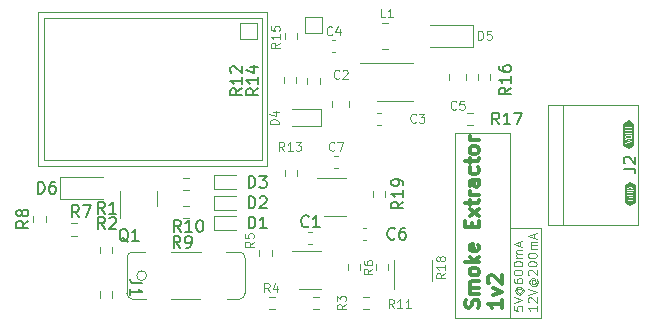
<source format=gbr>
%TF.GenerationSoftware,KiCad,Pcbnew,(6.0.4-0)*%
%TF.CreationDate,2022-09-29T18:28:13+01:00*%
%TF.ProjectId,smoke_extractorV1_1,736d6f6b-655f-4657-9874-726163746f72,rev?*%
%TF.SameCoordinates,Original*%
%TF.FileFunction,Legend,Top*%
%TF.FilePolarity,Positive*%
%FSLAX46Y46*%
G04 Gerber Fmt 4.6, Leading zero omitted, Abs format (unit mm)*
G04 Created by KiCad (PCBNEW (6.0.4-0)) date 2022-09-29 18:28:13*
%MOMM*%
%LPD*%
G01*
G04 APERTURE LIST*
%ADD10C,0.120000*%
%ADD11C,0.300000*%
%ADD12C,0.150000*%
G04 APERTURE END LIST*
D10*
X129750000Y-107000000D02*
X129750000Y-122450000D01*
X134400000Y-122450000D02*
X136900000Y-122450000D01*
X137100000Y-122450000D02*
X137100000Y-114850000D01*
X134400000Y-106800000D02*
X129750000Y-106800000D01*
X136900000Y-122450000D02*
X137100000Y-122450000D01*
X129750000Y-122450000D02*
X134400000Y-122450000D01*
X134400000Y-114850000D02*
X134400000Y-122450000D01*
X134400000Y-122450000D02*
X134400000Y-106800000D01*
X137100000Y-114850000D02*
X134400000Y-114850000D01*
X129750000Y-106800000D02*
X129750000Y-107000000D01*
D11*
X131769714Y-121626428D02*
X131826857Y-121455000D01*
X131826857Y-121169285D01*
X131769714Y-121055000D01*
X131712571Y-120997857D01*
X131598285Y-120940714D01*
X131484000Y-120940714D01*
X131369714Y-120997857D01*
X131312571Y-121055000D01*
X131255428Y-121169285D01*
X131198285Y-121397857D01*
X131141142Y-121512142D01*
X131084000Y-121569285D01*
X130969714Y-121626428D01*
X130855428Y-121626428D01*
X130741142Y-121569285D01*
X130684000Y-121512142D01*
X130626857Y-121397857D01*
X130626857Y-121112142D01*
X130684000Y-120940714D01*
X131826857Y-120426428D02*
X131026857Y-120426428D01*
X131141142Y-120426428D02*
X131084000Y-120369285D01*
X131026857Y-120255000D01*
X131026857Y-120083571D01*
X131084000Y-119969285D01*
X131198285Y-119912142D01*
X131826857Y-119912142D01*
X131198285Y-119912142D02*
X131084000Y-119855000D01*
X131026857Y-119740714D01*
X131026857Y-119569285D01*
X131084000Y-119455000D01*
X131198285Y-119397857D01*
X131826857Y-119397857D01*
X131826857Y-118655000D02*
X131769714Y-118769285D01*
X131712571Y-118826428D01*
X131598285Y-118883571D01*
X131255428Y-118883571D01*
X131141142Y-118826428D01*
X131084000Y-118769285D01*
X131026857Y-118655000D01*
X131026857Y-118483571D01*
X131084000Y-118369285D01*
X131141142Y-118312142D01*
X131255428Y-118255000D01*
X131598285Y-118255000D01*
X131712571Y-118312142D01*
X131769714Y-118369285D01*
X131826857Y-118483571D01*
X131826857Y-118655000D01*
X131826857Y-117740714D02*
X130626857Y-117740714D01*
X131369714Y-117626428D02*
X131826857Y-117283571D01*
X131026857Y-117283571D02*
X131484000Y-117740714D01*
X131769714Y-116312142D02*
X131826857Y-116426428D01*
X131826857Y-116655000D01*
X131769714Y-116769285D01*
X131655428Y-116826428D01*
X131198285Y-116826428D01*
X131084000Y-116769285D01*
X131026857Y-116655000D01*
X131026857Y-116426428D01*
X131084000Y-116312142D01*
X131198285Y-116255000D01*
X131312571Y-116255000D01*
X131426857Y-116826428D01*
X131198285Y-114826428D02*
X131198285Y-114426428D01*
X131826857Y-114255000D02*
X131826857Y-114826428D01*
X130626857Y-114826428D01*
X130626857Y-114255000D01*
X131826857Y-113855000D02*
X131026857Y-113226428D01*
X131026857Y-113855000D02*
X131826857Y-113226428D01*
X131026857Y-112940714D02*
X131026857Y-112483571D01*
X130626857Y-112769285D02*
X131655428Y-112769285D01*
X131769714Y-112712142D01*
X131826857Y-112597857D01*
X131826857Y-112483571D01*
X131826857Y-112083571D02*
X131026857Y-112083571D01*
X131255428Y-112083571D02*
X131141142Y-112026428D01*
X131084000Y-111969285D01*
X131026857Y-111855000D01*
X131026857Y-111740714D01*
X131826857Y-110826428D02*
X131198285Y-110826428D01*
X131084000Y-110883571D01*
X131026857Y-110997857D01*
X131026857Y-111226428D01*
X131084000Y-111340714D01*
X131769714Y-110826428D02*
X131826857Y-110940714D01*
X131826857Y-111226428D01*
X131769714Y-111340714D01*
X131655428Y-111397857D01*
X131541142Y-111397857D01*
X131426857Y-111340714D01*
X131369714Y-111226428D01*
X131369714Y-110940714D01*
X131312571Y-110826428D01*
X131769714Y-109740714D02*
X131826857Y-109855000D01*
X131826857Y-110083571D01*
X131769714Y-110197857D01*
X131712571Y-110255000D01*
X131598285Y-110312142D01*
X131255428Y-110312142D01*
X131141142Y-110255000D01*
X131084000Y-110197857D01*
X131026857Y-110083571D01*
X131026857Y-109855000D01*
X131084000Y-109740714D01*
X131026857Y-109397857D02*
X131026857Y-108940714D01*
X130626857Y-109226428D02*
X131655428Y-109226428D01*
X131769714Y-109169285D01*
X131826857Y-109055000D01*
X131826857Y-108940714D01*
X131826857Y-108369285D02*
X131769714Y-108483571D01*
X131712571Y-108540714D01*
X131598285Y-108597857D01*
X131255428Y-108597857D01*
X131141142Y-108540714D01*
X131084000Y-108483571D01*
X131026857Y-108369285D01*
X131026857Y-108197857D01*
X131084000Y-108083571D01*
X131141142Y-108026428D01*
X131255428Y-107969285D01*
X131598285Y-107969285D01*
X131712571Y-108026428D01*
X131769714Y-108083571D01*
X131826857Y-108197857D01*
X131826857Y-108369285D01*
X131826857Y-107455000D02*
X131026857Y-107455000D01*
X131255428Y-107455000D02*
X131141142Y-107397857D01*
X131084000Y-107340714D01*
X131026857Y-107226428D01*
X131026857Y-107112142D01*
X133758857Y-120940714D02*
X133758857Y-121626428D01*
X133758857Y-121283571D02*
X132558857Y-121283571D01*
X132730285Y-121397857D01*
X132844571Y-121512142D01*
X132901714Y-121626428D01*
X132958857Y-120540714D02*
X133758857Y-120255000D01*
X132958857Y-119969285D01*
X132673142Y-119569285D02*
X132616000Y-119512142D01*
X132558857Y-119397857D01*
X132558857Y-119112142D01*
X132616000Y-118997857D01*
X132673142Y-118940714D01*
X132787428Y-118883571D01*
X132901714Y-118883571D01*
X133073142Y-118940714D01*
X133758857Y-119626428D01*
X133758857Y-118883571D01*
D10*
X134735535Y-121486285D02*
X134735535Y-121843428D01*
X135092678Y-121879142D01*
X135056964Y-121843428D01*
X135021250Y-121772000D01*
X135021250Y-121593428D01*
X135056964Y-121522000D01*
X135092678Y-121486285D01*
X135164107Y-121450571D01*
X135342678Y-121450571D01*
X135414107Y-121486285D01*
X135449821Y-121522000D01*
X135485535Y-121593428D01*
X135485535Y-121772000D01*
X135449821Y-121843428D01*
X135414107Y-121879142D01*
X134735535Y-121236285D02*
X135485535Y-120986285D01*
X134735535Y-120736285D01*
X135128392Y-120022000D02*
X135092678Y-120057714D01*
X135056964Y-120129142D01*
X135056964Y-120200571D01*
X135092678Y-120272000D01*
X135128392Y-120307714D01*
X135199821Y-120343428D01*
X135271250Y-120343428D01*
X135342678Y-120307714D01*
X135378392Y-120272000D01*
X135414107Y-120200571D01*
X135414107Y-120129142D01*
X135378392Y-120057714D01*
X135342678Y-120022000D01*
X135056964Y-120022000D02*
X135342678Y-120022000D01*
X135378392Y-119986285D01*
X135378392Y-119950571D01*
X135342678Y-119879142D01*
X135271250Y-119843428D01*
X135092678Y-119843428D01*
X134985535Y-119914857D01*
X134914107Y-120022000D01*
X134878392Y-120164857D01*
X134914107Y-120307714D01*
X134985535Y-120414857D01*
X135092678Y-120486285D01*
X135235535Y-120522000D01*
X135378392Y-120486285D01*
X135485535Y-120414857D01*
X135556964Y-120307714D01*
X135592678Y-120164857D01*
X135556964Y-120022000D01*
X135485535Y-119914857D01*
X134735535Y-119200571D02*
X134735535Y-119343428D01*
X134771250Y-119414857D01*
X134806964Y-119450571D01*
X134914107Y-119522000D01*
X135056964Y-119557714D01*
X135342678Y-119557714D01*
X135414107Y-119522000D01*
X135449821Y-119486285D01*
X135485535Y-119414857D01*
X135485535Y-119272000D01*
X135449821Y-119200571D01*
X135414107Y-119164857D01*
X135342678Y-119129142D01*
X135164107Y-119129142D01*
X135092678Y-119164857D01*
X135056964Y-119200571D01*
X135021250Y-119272000D01*
X135021250Y-119414857D01*
X135056964Y-119486285D01*
X135092678Y-119522000D01*
X135164107Y-119557714D01*
X134735535Y-118664857D02*
X134735535Y-118593428D01*
X134771250Y-118522000D01*
X134806964Y-118486285D01*
X134878392Y-118450571D01*
X135021250Y-118414857D01*
X135199821Y-118414857D01*
X135342678Y-118450571D01*
X135414107Y-118486285D01*
X135449821Y-118522000D01*
X135485535Y-118593428D01*
X135485535Y-118664857D01*
X135449821Y-118736285D01*
X135414107Y-118772000D01*
X135342678Y-118807714D01*
X135199821Y-118843428D01*
X135021250Y-118843428D01*
X134878392Y-118807714D01*
X134806964Y-118772000D01*
X134771250Y-118736285D01*
X134735535Y-118664857D01*
X134735535Y-117950571D02*
X134735535Y-117879142D01*
X134771250Y-117807714D01*
X134806964Y-117772000D01*
X134878392Y-117736285D01*
X135021250Y-117700571D01*
X135199821Y-117700571D01*
X135342678Y-117736285D01*
X135414107Y-117772000D01*
X135449821Y-117807714D01*
X135485535Y-117879142D01*
X135485535Y-117950571D01*
X135449821Y-118022000D01*
X135414107Y-118057714D01*
X135342678Y-118093428D01*
X135199821Y-118129142D01*
X135021250Y-118129142D01*
X134878392Y-118093428D01*
X134806964Y-118057714D01*
X134771250Y-118022000D01*
X134735535Y-117950571D01*
X135485535Y-117379142D02*
X134985535Y-117379142D01*
X135056964Y-117379142D02*
X135021250Y-117343428D01*
X134985535Y-117272000D01*
X134985535Y-117164857D01*
X135021250Y-117093428D01*
X135092678Y-117057714D01*
X135485535Y-117057714D01*
X135092678Y-117057714D02*
X135021250Y-117022000D01*
X134985535Y-116950571D01*
X134985535Y-116843428D01*
X135021250Y-116772000D01*
X135092678Y-116736285D01*
X135485535Y-116736285D01*
X135271250Y-116414857D02*
X135271250Y-116057714D01*
X135485535Y-116486285D02*
X134735535Y-116236285D01*
X135485535Y-115986285D01*
X136693035Y-121450571D02*
X136693035Y-121879142D01*
X136693035Y-121664857D02*
X135943035Y-121664857D01*
X136050178Y-121736285D01*
X136121607Y-121807714D01*
X136157321Y-121879142D01*
X136014464Y-121164857D02*
X135978750Y-121129142D01*
X135943035Y-121057714D01*
X135943035Y-120879142D01*
X135978750Y-120807714D01*
X136014464Y-120772000D01*
X136085892Y-120736285D01*
X136157321Y-120736285D01*
X136264464Y-120772000D01*
X136693035Y-121200571D01*
X136693035Y-120736285D01*
X135943035Y-120522000D02*
X136693035Y-120272000D01*
X135943035Y-120022000D01*
X136335892Y-119307714D02*
X136300178Y-119343428D01*
X136264464Y-119414857D01*
X136264464Y-119486285D01*
X136300178Y-119557714D01*
X136335892Y-119593428D01*
X136407321Y-119629142D01*
X136478750Y-119629142D01*
X136550178Y-119593428D01*
X136585892Y-119557714D01*
X136621607Y-119486285D01*
X136621607Y-119414857D01*
X136585892Y-119343428D01*
X136550178Y-119307714D01*
X136264464Y-119307714D02*
X136550178Y-119307714D01*
X136585892Y-119272000D01*
X136585892Y-119236285D01*
X136550178Y-119164857D01*
X136478750Y-119129142D01*
X136300178Y-119129142D01*
X136193035Y-119200571D01*
X136121607Y-119307714D01*
X136085892Y-119450571D01*
X136121607Y-119593428D01*
X136193035Y-119700571D01*
X136300178Y-119772000D01*
X136443035Y-119807714D01*
X136585892Y-119772000D01*
X136693035Y-119700571D01*
X136764464Y-119593428D01*
X136800178Y-119450571D01*
X136764464Y-119307714D01*
X136693035Y-119200571D01*
X136014464Y-118843428D02*
X135978750Y-118807714D01*
X135943035Y-118736285D01*
X135943035Y-118557714D01*
X135978750Y-118486285D01*
X136014464Y-118450571D01*
X136085892Y-118414857D01*
X136157321Y-118414857D01*
X136264464Y-118450571D01*
X136693035Y-118879142D01*
X136693035Y-118414857D01*
X135943035Y-117950571D02*
X135943035Y-117879142D01*
X135978750Y-117807714D01*
X136014464Y-117772000D01*
X136085892Y-117736285D01*
X136228750Y-117700571D01*
X136407321Y-117700571D01*
X136550178Y-117736285D01*
X136621607Y-117772000D01*
X136657321Y-117807714D01*
X136693035Y-117879142D01*
X136693035Y-117950571D01*
X136657321Y-118022000D01*
X136621607Y-118057714D01*
X136550178Y-118093428D01*
X136407321Y-118129142D01*
X136228750Y-118129142D01*
X136085892Y-118093428D01*
X136014464Y-118057714D01*
X135978750Y-118022000D01*
X135943035Y-117950571D01*
X135943035Y-117236285D02*
X135943035Y-117164857D01*
X135978750Y-117093428D01*
X136014464Y-117057714D01*
X136085892Y-117022000D01*
X136228750Y-116986285D01*
X136407321Y-116986285D01*
X136550178Y-117022000D01*
X136621607Y-117057714D01*
X136657321Y-117093428D01*
X136693035Y-117164857D01*
X136693035Y-117236285D01*
X136657321Y-117307714D01*
X136621607Y-117343428D01*
X136550178Y-117379142D01*
X136407321Y-117414857D01*
X136228750Y-117414857D01*
X136085892Y-117379142D01*
X136014464Y-117343428D01*
X135978750Y-117307714D01*
X135943035Y-117236285D01*
X136693035Y-116664857D02*
X136193035Y-116664857D01*
X136264464Y-116664857D02*
X136228750Y-116629142D01*
X136193035Y-116557714D01*
X136193035Y-116450571D01*
X136228750Y-116379142D01*
X136300178Y-116343428D01*
X136693035Y-116343428D01*
X136300178Y-116343428D02*
X136228750Y-116307714D01*
X136193035Y-116236285D01*
X136193035Y-116129142D01*
X136228750Y-116057714D01*
X136300178Y-116022000D01*
X136693035Y-116022000D01*
X136478750Y-115700571D02*
X136478750Y-115343428D01*
X136693035Y-115772000D02*
X135943035Y-115522000D01*
X136693035Y-115272000D01*
D12*
%TO.C,J2*%
X144052380Y-109833333D02*
X144766666Y-109833333D01*
X144909523Y-109880952D01*
X145004761Y-109976190D01*
X145052380Y-110119047D01*
X145052380Y-110214285D01*
X144147619Y-109404761D02*
X144100000Y-109357142D01*
X144052380Y-109261904D01*
X144052380Y-109023809D01*
X144100000Y-108928571D01*
X144147619Y-108880952D01*
X144242857Y-108833333D01*
X144338095Y-108833333D01*
X144480952Y-108880952D01*
X145052380Y-109452380D01*
X145052380Y-108833333D01*
D10*
%TO.C,R15*%
X114939285Y-99182142D02*
X114582142Y-99432142D01*
X114939285Y-99610714D02*
X114189285Y-99610714D01*
X114189285Y-99325000D01*
X114225000Y-99253571D01*
X114260714Y-99217857D01*
X114332142Y-99182142D01*
X114439285Y-99182142D01*
X114510714Y-99217857D01*
X114546428Y-99253571D01*
X114582142Y-99325000D01*
X114582142Y-99610714D01*
X114939285Y-98467857D02*
X114939285Y-98896428D01*
X114939285Y-98682142D02*
X114189285Y-98682142D01*
X114296428Y-98753571D01*
X114367857Y-98825000D01*
X114403571Y-98896428D01*
X114189285Y-97789285D02*
X114189285Y-98146428D01*
X114546428Y-98182142D01*
X114510714Y-98146428D01*
X114475000Y-98075000D01*
X114475000Y-97896428D01*
X114510714Y-97825000D01*
X114546428Y-97789285D01*
X114617857Y-97753571D01*
X114796428Y-97753571D01*
X114867857Y-97789285D01*
X114903571Y-97825000D01*
X114939285Y-97896428D01*
X114939285Y-98075000D01*
X114903571Y-98146428D01*
X114867857Y-98182142D01*
%TO.C,C4*%
X119375000Y-98467857D02*
X119339285Y-98503571D01*
X119232142Y-98539285D01*
X119160714Y-98539285D01*
X119053571Y-98503571D01*
X118982142Y-98432142D01*
X118946428Y-98360714D01*
X118910714Y-98217857D01*
X118910714Y-98110714D01*
X118946428Y-97967857D01*
X118982142Y-97896428D01*
X119053571Y-97825000D01*
X119160714Y-97789285D01*
X119232142Y-97789285D01*
X119339285Y-97825000D01*
X119375000Y-97860714D01*
X120017857Y-98039285D02*
X120017857Y-98539285D01*
X119839285Y-97753571D02*
X119660714Y-98289285D01*
X120125000Y-98289285D01*
D12*
%TO.C,R9*%
X106533333Y-116552380D02*
X106200000Y-116076190D01*
X105961904Y-116552380D02*
X105961904Y-115552380D01*
X106342857Y-115552380D01*
X106438095Y-115600000D01*
X106485714Y-115647619D01*
X106533333Y-115742857D01*
X106533333Y-115885714D01*
X106485714Y-115980952D01*
X106438095Y-116028571D01*
X106342857Y-116076190D01*
X105961904Y-116076190D01*
X107009523Y-116552380D02*
X107200000Y-116552380D01*
X107295238Y-116504761D01*
X107342857Y-116457142D01*
X107438095Y-116314285D01*
X107485714Y-116123809D01*
X107485714Y-115742857D01*
X107438095Y-115647619D01*
X107390476Y-115600000D01*
X107295238Y-115552380D01*
X107104761Y-115552380D01*
X107009523Y-115600000D01*
X106961904Y-115647619D01*
X106914285Y-115742857D01*
X106914285Y-115980952D01*
X106961904Y-116076190D01*
X107009523Y-116123809D01*
X107104761Y-116171428D01*
X107295238Y-116171428D01*
X107390476Y-116123809D01*
X107438095Y-116076190D01*
X107485714Y-115980952D01*
%TO.C,D2*%
X112311904Y-113202380D02*
X112311904Y-112202380D01*
X112550000Y-112202380D01*
X112692857Y-112250000D01*
X112788095Y-112345238D01*
X112835714Y-112440476D01*
X112883333Y-112630952D01*
X112883333Y-112773809D01*
X112835714Y-112964285D01*
X112788095Y-113059523D01*
X112692857Y-113154761D01*
X112550000Y-113202380D01*
X112311904Y-113202380D01*
X113264285Y-112297619D02*
X113311904Y-112250000D01*
X113407142Y-112202380D01*
X113645238Y-112202380D01*
X113740476Y-112250000D01*
X113788095Y-112297619D01*
X113835714Y-112392857D01*
X113835714Y-112488095D01*
X113788095Y-112630952D01*
X113216666Y-113202380D01*
X113835714Y-113202380D01*
D10*
%TO.C,R13*%
X115317857Y-108339285D02*
X115067857Y-107982142D01*
X114889285Y-108339285D02*
X114889285Y-107589285D01*
X115175000Y-107589285D01*
X115246428Y-107625000D01*
X115282142Y-107660714D01*
X115317857Y-107732142D01*
X115317857Y-107839285D01*
X115282142Y-107910714D01*
X115246428Y-107946428D01*
X115175000Y-107982142D01*
X114889285Y-107982142D01*
X116032142Y-108339285D02*
X115603571Y-108339285D01*
X115817857Y-108339285D02*
X115817857Y-107589285D01*
X115746428Y-107696428D01*
X115675000Y-107767857D01*
X115603571Y-107803571D01*
X116282142Y-107589285D02*
X116746428Y-107589285D01*
X116496428Y-107875000D01*
X116603571Y-107875000D01*
X116675000Y-107910714D01*
X116710714Y-107946428D01*
X116746428Y-108017857D01*
X116746428Y-108196428D01*
X116710714Y-108267857D01*
X116675000Y-108303571D01*
X116603571Y-108339285D01*
X116389285Y-108339285D01*
X116317857Y-108303571D01*
X116282142Y-108267857D01*
D12*
%TO.C,R17*%
X133524182Y-106104034D02*
X133190849Y-105627844D01*
X132952754Y-106104034D02*
X132952754Y-105104034D01*
X133333706Y-105104034D01*
X133428944Y-105151654D01*
X133476563Y-105199273D01*
X133524182Y-105294511D01*
X133524182Y-105437368D01*
X133476563Y-105532606D01*
X133428944Y-105580225D01*
X133333706Y-105627844D01*
X132952754Y-105627844D01*
X134476563Y-106104034D02*
X133905135Y-106104034D01*
X134190849Y-106104034D02*
X134190849Y-105104034D01*
X134095611Y-105246892D01*
X134000373Y-105342130D01*
X133905135Y-105389749D01*
X134809897Y-105104034D02*
X135476563Y-105104034D01*
X135047992Y-106104034D01*
D10*
%TO.C,C5*%
X129875000Y-104767857D02*
X129839285Y-104803571D01*
X129732142Y-104839285D01*
X129660714Y-104839285D01*
X129553571Y-104803571D01*
X129482142Y-104732142D01*
X129446428Y-104660714D01*
X129410714Y-104517857D01*
X129410714Y-104410714D01*
X129446428Y-104267857D01*
X129482142Y-104196428D01*
X129553571Y-104125000D01*
X129660714Y-104089285D01*
X129732142Y-104089285D01*
X129839285Y-104125000D01*
X129875000Y-104160714D01*
X130553571Y-104089285D02*
X130196428Y-104089285D01*
X130160714Y-104446428D01*
X130196428Y-104410714D01*
X130267857Y-104375000D01*
X130446428Y-104375000D01*
X130517857Y-104410714D01*
X130553571Y-104446428D01*
X130589285Y-104517857D01*
X130589285Y-104696428D01*
X130553571Y-104767857D01*
X130517857Y-104803571D01*
X130446428Y-104839285D01*
X130267857Y-104839285D01*
X130196428Y-104803571D01*
X130160714Y-104767857D01*
%TO.C,R3*%
X120539285Y-121325000D02*
X120182142Y-121575000D01*
X120539285Y-121753571D02*
X119789285Y-121753571D01*
X119789285Y-121467857D01*
X119825000Y-121396428D01*
X119860714Y-121360714D01*
X119932142Y-121325000D01*
X120039285Y-121325000D01*
X120110714Y-121360714D01*
X120146428Y-121396428D01*
X120182142Y-121467857D01*
X120182142Y-121753571D01*
X119789285Y-121075000D02*
X119789285Y-120610714D01*
X120075000Y-120860714D01*
X120075000Y-120753571D01*
X120110714Y-120682142D01*
X120146428Y-120646428D01*
X120217857Y-120610714D01*
X120396428Y-120610714D01*
X120467857Y-120646428D01*
X120503571Y-120682142D01*
X120539285Y-120753571D01*
X120539285Y-120967857D01*
X120503571Y-121039285D01*
X120467857Y-121075000D01*
%TO.C,R18*%
X128939285Y-118682142D02*
X128582142Y-118932142D01*
X128939285Y-119110714D02*
X128189285Y-119110714D01*
X128189285Y-118825000D01*
X128225000Y-118753571D01*
X128260714Y-118717857D01*
X128332142Y-118682142D01*
X128439285Y-118682142D01*
X128510714Y-118717857D01*
X128546428Y-118753571D01*
X128582142Y-118825000D01*
X128582142Y-119110714D01*
X128939285Y-117967857D02*
X128939285Y-118396428D01*
X128939285Y-118182142D02*
X128189285Y-118182142D01*
X128296428Y-118253571D01*
X128367857Y-118325000D01*
X128403571Y-118396428D01*
X128510714Y-117539285D02*
X128475000Y-117610714D01*
X128439285Y-117646428D01*
X128367857Y-117682142D01*
X128332142Y-117682142D01*
X128260714Y-117646428D01*
X128225000Y-117610714D01*
X128189285Y-117539285D01*
X128189285Y-117396428D01*
X128225000Y-117325000D01*
X128260714Y-117289285D01*
X128332142Y-117253571D01*
X128367857Y-117253571D01*
X128439285Y-117289285D01*
X128475000Y-117325000D01*
X128510714Y-117396428D01*
X128510714Y-117539285D01*
X128546428Y-117610714D01*
X128582142Y-117646428D01*
X128653571Y-117682142D01*
X128796428Y-117682142D01*
X128867857Y-117646428D01*
X128903571Y-117610714D01*
X128939285Y-117539285D01*
X128939285Y-117396428D01*
X128903571Y-117325000D01*
X128867857Y-117289285D01*
X128796428Y-117253571D01*
X128653571Y-117253571D01*
X128582142Y-117289285D01*
X128546428Y-117325000D01*
X128510714Y-117396428D01*
%TO.C,R6*%
X122789285Y-118325000D02*
X122432142Y-118575000D01*
X122789285Y-118753571D02*
X122039285Y-118753571D01*
X122039285Y-118467857D01*
X122075000Y-118396428D01*
X122110714Y-118360714D01*
X122182142Y-118325000D01*
X122289285Y-118325000D01*
X122360714Y-118360714D01*
X122396428Y-118396428D01*
X122432142Y-118467857D01*
X122432142Y-118753571D01*
X122039285Y-117682142D02*
X122039285Y-117825000D01*
X122075000Y-117896428D01*
X122110714Y-117932142D01*
X122217857Y-118003571D01*
X122360714Y-118039285D01*
X122646428Y-118039285D01*
X122717857Y-118003571D01*
X122753571Y-117967857D01*
X122789285Y-117896428D01*
X122789285Y-117753571D01*
X122753571Y-117682142D01*
X122717857Y-117646428D01*
X122646428Y-117610714D01*
X122467857Y-117610714D01*
X122396428Y-117646428D01*
X122360714Y-117682142D01*
X122325000Y-117753571D01*
X122325000Y-117896428D01*
X122360714Y-117967857D01*
X122396428Y-118003571D01*
X122467857Y-118039285D01*
%TO.C,R5*%
X112739285Y-116025000D02*
X112382142Y-116275000D01*
X112739285Y-116453571D02*
X111989285Y-116453571D01*
X111989285Y-116167857D01*
X112025000Y-116096428D01*
X112060714Y-116060714D01*
X112132142Y-116025000D01*
X112239285Y-116025000D01*
X112310714Y-116060714D01*
X112346428Y-116096428D01*
X112382142Y-116167857D01*
X112382142Y-116453571D01*
X111989285Y-115346428D02*
X111989285Y-115703571D01*
X112346428Y-115739285D01*
X112310714Y-115703571D01*
X112275000Y-115632142D01*
X112275000Y-115453571D01*
X112310714Y-115382142D01*
X112346428Y-115346428D01*
X112417857Y-115310714D01*
X112596428Y-115310714D01*
X112667857Y-115346428D01*
X112703571Y-115382142D01*
X112739285Y-115453571D01*
X112739285Y-115632142D01*
X112703571Y-115703571D01*
X112667857Y-115739285D01*
D12*
%TO.C,C6*%
X124683333Y-115757142D02*
X124635714Y-115804761D01*
X124492857Y-115852380D01*
X124397619Y-115852380D01*
X124254761Y-115804761D01*
X124159523Y-115709523D01*
X124111904Y-115614285D01*
X124064285Y-115423809D01*
X124064285Y-115280952D01*
X124111904Y-115090476D01*
X124159523Y-114995238D01*
X124254761Y-114900000D01*
X124397619Y-114852380D01*
X124492857Y-114852380D01*
X124635714Y-114900000D01*
X124683333Y-114947619D01*
X125540476Y-114852380D02*
X125350000Y-114852380D01*
X125254761Y-114900000D01*
X125207142Y-114947619D01*
X125111904Y-115090476D01*
X125064285Y-115280952D01*
X125064285Y-115661904D01*
X125111904Y-115757142D01*
X125159523Y-115804761D01*
X125254761Y-115852380D01*
X125445238Y-115852380D01*
X125540476Y-115804761D01*
X125588095Y-115757142D01*
X125635714Y-115661904D01*
X125635714Y-115423809D01*
X125588095Y-115328571D01*
X125540476Y-115280952D01*
X125445238Y-115233333D01*
X125254761Y-115233333D01*
X125159523Y-115280952D01*
X125111904Y-115328571D01*
X125064285Y-115423809D01*
D10*
%TO.C,L1*%
X123875000Y-97039285D02*
X123517857Y-97039285D01*
X123517857Y-96289285D01*
X124517857Y-97039285D02*
X124089285Y-97039285D01*
X124303571Y-97039285D02*
X124303571Y-96289285D01*
X124232142Y-96396428D01*
X124160714Y-96467857D01*
X124089285Y-96503571D01*
D12*
%TO.C,R10*%
X106557142Y-115202380D02*
X106223809Y-114726190D01*
X105985714Y-115202380D02*
X105985714Y-114202380D01*
X106366666Y-114202380D01*
X106461904Y-114250000D01*
X106509523Y-114297619D01*
X106557142Y-114392857D01*
X106557142Y-114535714D01*
X106509523Y-114630952D01*
X106461904Y-114678571D01*
X106366666Y-114726190D01*
X105985714Y-114726190D01*
X107509523Y-115202380D02*
X106938095Y-115202380D01*
X107223809Y-115202380D02*
X107223809Y-114202380D01*
X107128571Y-114345238D01*
X107033333Y-114440476D01*
X106938095Y-114488095D01*
X108128571Y-114202380D02*
X108223809Y-114202380D01*
X108319047Y-114250000D01*
X108366666Y-114297619D01*
X108414285Y-114392857D01*
X108461904Y-114583333D01*
X108461904Y-114821428D01*
X108414285Y-115011904D01*
X108366666Y-115107142D01*
X108319047Y-115154761D01*
X108223809Y-115202380D01*
X108128571Y-115202380D01*
X108033333Y-115154761D01*
X107985714Y-115107142D01*
X107938095Y-115011904D01*
X107890476Y-114821428D01*
X107890476Y-114583333D01*
X107938095Y-114392857D01*
X107985714Y-114297619D01*
X108033333Y-114250000D01*
X108128571Y-114202380D01*
%TO.C,D3*%
X112311904Y-111452380D02*
X112311904Y-110452380D01*
X112550000Y-110452380D01*
X112692857Y-110500000D01*
X112788095Y-110595238D01*
X112835714Y-110690476D01*
X112883333Y-110880952D01*
X112883333Y-111023809D01*
X112835714Y-111214285D01*
X112788095Y-111309523D01*
X112692857Y-111404761D01*
X112550000Y-111452380D01*
X112311904Y-111452380D01*
X113216666Y-110452380D02*
X113835714Y-110452380D01*
X113502380Y-110833333D01*
X113645238Y-110833333D01*
X113740476Y-110880952D01*
X113788095Y-110928571D01*
X113835714Y-111023809D01*
X113835714Y-111261904D01*
X113788095Y-111357142D01*
X113740476Y-111404761D01*
X113645238Y-111452380D01*
X113359523Y-111452380D01*
X113264285Y-111404761D01*
X113216666Y-111357142D01*
%TO.C,J1*%
X103297619Y-119566666D02*
X102583333Y-119566666D01*
X102440476Y-119519047D01*
X102345238Y-119423809D01*
X102297619Y-119280952D01*
X102297619Y-119185714D01*
X102297619Y-120566666D02*
X102297619Y-119995238D01*
X102297619Y-120280952D02*
X103297619Y-120280952D01*
X103154761Y-120185714D01*
X103059523Y-120090476D01*
X103011904Y-119995238D01*
D10*
%TO.C,D4*%
X114839285Y-106103571D02*
X114089285Y-106103571D01*
X114089285Y-105925000D01*
X114125000Y-105817857D01*
X114196428Y-105746428D01*
X114267857Y-105710714D01*
X114410714Y-105675000D01*
X114517857Y-105675000D01*
X114660714Y-105710714D01*
X114732142Y-105746428D01*
X114803571Y-105817857D01*
X114839285Y-105925000D01*
X114839285Y-106103571D01*
X114339285Y-105032142D02*
X114839285Y-105032142D01*
X114053571Y-105210714D02*
X114589285Y-105389285D01*
X114589285Y-104925000D01*
%TO.C,C2*%
X119975000Y-102167857D02*
X119939285Y-102203571D01*
X119832142Y-102239285D01*
X119760714Y-102239285D01*
X119653571Y-102203571D01*
X119582142Y-102132142D01*
X119546428Y-102060714D01*
X119510714Y-101917857D01*
X119510714Y-101810714D01*
X119546428Y-101667857D01*
X119582142Y-101596428D01*
X119653571Y-101525000D01*
X119760714Y-101489285D01*
X119832142Y-101489285D01*
X119939285Y-101525000D01*
X119975000Y-101560714D01*
X120260714Y-101560714D02*
X120296428Y-101525000D01*
X120367857Y-101489285D01*
X120546428Y-101489285D01*
X120617857Y-101525000D01*
X120653571Y-101560714D01*
X120689285Y-101632142D01*
X120689285Y-101703571D01*
X120653571Y-101810714D01*
X120225000Y-102239285D01*
X120689285Y-102239285D01*
D12*
%TO.C,R2*%
X100133333Y-114952380D02*
X99800000Y-114476190D01*
X99561904Y-114952380D02*
X99561904Y-113952380D01*
X99942857Y-113952380D01*
X100038095Y-114000000D01*
X100085714Y-114047619D01*
X100133333Y-114142857D01*
X100133333Y-114285714D01*
X100085714Y-114380952D01*
X100038095Y-114428571D01*
X99942857Y-114476190D01*
X99561904Y-114476190D01*
X100514285Y-114047619D02*
X100561904Y-114000000D01*
X100657142Y-113952380D01*
X100895238Y-113952380D01*
X100990476Y-114000000D01*
X101038095Y-114047619D01*
X101085714Y-114142857D01*
X101085714Y-114238095D01*
X101038095Y-114380952D01*
X100466666Y-114952380D01*
X101085714Y-114952380D01*
D10*
%TO.C,C7*%
X119575000Y-108267857D02*
X119539285Y-108303571D01*
X119432142Y-108339285D01*
X119360714Y-108339285D01*
X119253571Y-108303571D01*
X119182142Y-108232142D01*
X119146428Y-108160714D01*
X119110714Y-108017857D01*
X119110714Y-107910714D01*
X119146428Y-107767857D01*
X119182142Y-107696428D01*
X119253571Y-107625000D01*
X119360714Y-107589285D01*
X119432142Y-107589285D01*
X119539285Y-107625000D01*
X119575000Y-107660714D01*
X119825000Y-107589285D02*
X120325000Y-107589285D01*
X120003571Y-108339285D01*
%TO.C,C3*%
X126475000Y-105867857D02*
X126439285Y-105903571D01*
X126332142Y-105939285D01*
X126260714Y-105939285D01*
X126153571Y-105903571D01*
X126082142Y-105832142D01*
X126046428Y-105760714D01*
X126010714Y-105617857D01*
X126010714Y-105510714D01*
X126046428Y-105367857D01*
X126082142Y-105296428D01*
X126153571Y-105225000D01*
X126260714Y-105189285D01*
X126332142Y-105189285D01*
X126439285Y-105225000D01*
X126475000Y-105260714D01*
X126725000Y-105189285D02*
X127189285Y-105189285D01*
X126939285Y-105475000D01*
X127046428Y-105475000D01*
X127117857Y-105510714D01*
X127153571Y-105546428D01*
X127189285Y-105617857D01*
X127189285Y-105796428D01*
X127153571Y-105867857D01*
X127117857Y-105903571D01*
X127046428Y-105939285D01*
X126832142Y-105939285D01*
X126760714Y-105903571D01*
X126725000Y-105867857D01*
D12*
%TO.C,R16*%
X134502380Y-102992857D02*
X134026190Y-103326190D01*
X134502380Y-103564285D02*
X133502380Y-103564285D01*
X133502380Y-103183333D01*
X133550000Y-103088095D01*
X133597619Y-103040476D01*
X133692857Y-102992857D01*
X133835714Y-102992857D01*
X133930952Y-103040476D01*
X133978571Y-103088095D01*
X134026190Y-103183333D01*
X134026190Y-103564285D01*
X134502380Y-102040476D02*
X134502380Y-102611904D01*
X134502380Y-102326190D02*
X133502380Y-102326190D01*
X133645238Y-102421428D01*
X133740476Y-102516666D01*
X133788095Y-102611904D01*
X133502380Y-101183333D02*
X133502380Y-101373809D01*
X133550000Y-101469047D01*
X133597619Y-101516666D01*
X133740476Y-101611904D01*
X133930952Y-101659523D01*
X134311904Y-101659523D01*
X134407142Y-101611904D01*
X134454761Y-101564285D01*
X134502380Y-101469047D01*
X134502380Y-101278571D01*
X134454761Y-101183333D01*
X134407142Y-101135714D01*
X134311904Y-101088095D01*
X134073809Y-101088095D01*
X133978571Y-101135714D01*
X133930952Y-101183333D01*
X133883333Y-101278571D01*
X133883333Y-101469047D01*
X133930952Y-101564285D01*
X133978571Y-101611904D01*
X134073809Y-101659523D01*
%TO.C,R19*%
X125402380Y-112642857D02*
X124926190Y-112976190D01*
X125402380Y-113214285D02*
X124402380Y-113214285D01*
X124402380Y-112833333D01*
X124450000Y-112738095D01*
X124497619Y-112690476D01*
X124592857Y-112642857D01*
X124735714Y-112642857D01*
X124830952Y-112690476D01*
X124878571Y-112738095D01*
X124926190Y-112833333D01*
X124926190Y-113214285D01*
X125402380Y-111690476D02*
X125402380Y-112261904D01*
X125402380Y-111976190D02*
X124402380Y-111976190D01*
X124545238Y-112071428D01*
X124640476Y-112166666D01*
X124688095Y-112261904D01*
X125402380Y-111214285D02*
X125402380Y-111023809D01*
X125354761Y-110928571D01*
X125307142Y-110880952D01*
X125164285Y-110785714D01*
X124973809Y-110738095D01*
X124592857Y-110738095D01*
X124497619Y-110785714D01*
X124450000Y-110833333D01*
X124402380Y-110928571D01*
X124402380Y-111119047D01*
X124450000Y-111214285D01*
X124497619Y-111261904D01*
X124592857Y-111309523D01*
X124830952Y-111309523D01*
X124926190Y-111261904D01*
X124973809Y-111214285D01*
X125021428Y-111119047D01*
X125021428Y-110928571D01*
X124973809Y-110833333D01*
X124926190Y-110785714D01*
X124830952Y-110738095D01*
%TO.C,D6*%
X94461904Y-111952380D02*
X94461904Y-110952380D01*
X94700000Y-110952380D01*
X94842857Y-111000000D01*
X94938095Y-111095238D01*
X94985714Y-111190476D01*
X95033333Y-111380952D01*
X95033333Y-111523809D01*
X94985714Y-111714285D01*
X94938095Y-111809523D01*
X94842857Y-111904761D01*
X94700000Y-111952380D01*
X94461904Y-111952380D01*
X95890476Y-110952380D02*
X95700000Y-110952380D01*
X95604761Y-111000000D01*
X95557142Y-111047619D01*
X95461904Y-111190476D01*
X95414285Y-111380952D01*
X95414285Y-111761904D01*
X95461904Y-111857142D01*
X95509523Y-111904761D01*
X95604761Y-111952380D01*
X95795238Y-111952380D01*
X95890476Y-111904761D01*
X95938095Y-111857142D01*
X95985714Y-111761904D01*
X95985714Y-111523809D01*
X95938095Y-111428571D01*
X95890476Y-111380952D01*
X95795238Y-111333333D01*
X95604761Y-111333333D01*
X95509523Y-111380952D01*
X95461904Y-111428571D01*
X95414285Y-111523809D01*
D10*
%TO.C,D5*%
X131746428Y-98939285D02*
X131746428Y-98189285D01*
X131925000Y-98189285D01*
X132032142Y-98225000D01*
X132103571Y-98296428D01*
X132139285Y-98367857D01*
X132175000Y-98510714D01*
X132175000Y-98617857D01*
X132139285Y-98760714D01*
X132103571Y-98832142D01*
X132032142Y-98903571D01*
X131925000Y-98939285D01*
X131746428Y-98939285D01*
X132853571Y-98189285D02*
X132496428Y-98189285D01*
X132460714Y-98546428D01*
X132496428Y-98510714D01*
X132567857Y-98475000D01*
X132746428Y-98475000D01*
X132817857Y-98510714D01*
X132853571Y-98546428D01*
X132889285Y-98617857D01*
X132889285Y-98796428D01*
X132853571Y-98867857D01*
X132817857Y-98903571D01*
X132746428Y-98939285D01*
X132567857Y-98939285D01*
X132496428Y-98903571D01*
X132460714Y-98867857D01*
D12*
%TO.C,R8*%
X93652380Y-114266666D02*
X93176190Y-114600000D01*
X93652380Y-114838095D02*
X92652380Y-114838095D01*
X92652380Y-114457142D01*
X92700000Y-114361904D01*
X92747619Y-114314285D01*
X92842857Y-114266666D01*
X92985714Y-114266666D01*
X93080952Y-114314285D01*
X93128571Y-114361904D01*
X93176190Y-114457142D01*
X93176190Y-114838095D01*
X93080952Y-113695238D02*
X93033333Y-113790476D01*
X92985714Y-113838095D01*
X92890476Y-113885714D01*
X92842857Y-113885714D01*
X92747619Y-113838095D01*
X92700000Y-113790476D01*
X92652380Y-113695238D01*
X92652380Y-113504761D01*
X92700000Y-113409523D01*
X92747619Y-113361904D01*
X92842857Y-113314285D01*
X92890476Y-113314285D01*
X92985714Y-113361904D01*
X93033333Y-113409523D01*
X93080952Y-113504761D01*
X93080952Y-113695238D01*
X93128571Y-113790476D01*
X93176190Y-113838095D01*
X93271428Y-113885714D01*
X93461904Y-113885714D01*
X93557142Y-113838095D01*
X93604761Y-113790476D01*
X93652380Y-113695238D01*
X93652380Y-113504761D01*
X93604761Y-113409523D01*
X93557142Y-113361904D01*
X93461904Y-113314285D01*
X93271428Y-113314285D01*
X93176190Y-113361904D01*
X93128571Y-113409523D01*
X93080952Y-113504761D01*
%TO.C,R7*%
X97933333Y-113952380D02*
X97600000Y-113476190D01*
X97361904Y-113952380D02*
X97361904Y-112952380D01*
X97742857Y-112952380D01*
X97838095Y-113000000D01*
X97885714Y-113047619D01*
X97933333Y-113142857D01*
X97933333Y-113285714D01*
X97885714Y-113380952D01*
X97838095Y-113428571D01*
X97742857Y-113476190D01*
X97361904Y-113476190D01*
X98266666Y-112952380D02*
X98933333Y-112952380D01*
X98504761Y-113952380D01*
%TO.C,C1*%
X117383333Y-114707142D02*
X117335714Y-114754761D01*
X117192857Y-114802380D01*
X117097619Y-114802380D01*
X116954761Y-114754761D01*
X116859523Y-114659523D01*
X116811904Y-114564285D01*
X116764285Y-114373809D01*
X116764285Y-114230952D01*
X116811904Y-114040476D01*
X116859523Y-113945238D01*
X116954761Y-113850000D01*
X117097619Y-113802380D01*
X117192857Y-113802380D01*
X117335714Y-113850000D01*
X117383333Y-113897619D01*
X118335714Y-114802380D02*
X117764285Y-114802380D01*
X118050000Y-114802380D02*
X118050000Y-113802380D01*
X117954761Y-113945238D01*
X117859523Y-114040476D01*
X117764285Y-114088095D01*
D10*
%TO.C,R4*%
X114075000Y-120289285D02*
X113825000Y-119932142D01*
X113646428Y-120289285D02*
X113646428Y-119539285D01*
X113932142Y-119539285D01*
X114003571Y-119575000D01*
X114039285Y-119610714D01*
X114075000Y-119682142D01*
X114075000Y-119789285D01*
X114039285Y-119860714D01*
X114003571Y-119896428D01*
X113932142Y-119932142D01*
X113646428Y-119932142D01*
X114717857Y-119789285D02*
X114717857Y-120289285D01*
X114539285Y-119503571D02*
X114360714Y-120039285D01*
X114825000Y-120039285D01*
D12*
%TO.C,R12*%
X111752380Y-103055357D02*
X111276190Y-103388690D01*
X111752380Y-103626785D02*
X110752380Y-103626785D01*
X110752380Y-103245833D01*
X110800000Y-103150595D01*
X110847619Y-103102976D01*
X110942857Y-103055357D01*
X111085714Y-103055357D01*
X111180952Y-103102976D01*
X111228571Y-103150595D01*
X111276190Y-103245833D01*
X111276190Y-103626785D01*
X111752380Y-102102976D02*
X111752380Y-102674404D01*
X111752380Y-102388690D02*
X110752380Y-102388690D01*
X110895238Y-102483928D01*
X110990476Y-102579166D01*
X111038095Y-102674404D01*
X110847619Y-101722023D02*
X110800000Y-101674404D01*
X110752380Y-101579166D01*
X110752380Y-101341071D01*
X110800000Y-101245833D01*
X110847619Y-101198214D01*
X110942857Y-101150595D01*
X111038095Y-101150595D01*
X111180952Y-101198214D01*
X111752380Y-101769642D01*
X111752380Y-101150595D01*
%TO.C,D1*%
X112311904Y-114902380D02*
X112311904Y-113902380D01*
X112550000Y-113902380D01*
X112692857Y-113950000D01*
X112788095Y-114045238D01*
X112835714Y-114140476D01*
X112883333Y-114330952D01*
X112883333Y-114473809D01*
X112835714Y-114664285D01*
X112788095Y-114759523D01*
X112692857Y-114854761D01*
X112550000Y-114902380D01*
X112311904Y-114902380D01*
X113835714Y-114902380D02*
X113264285Y-114902380D01*
X113550000Y-114902380D02*
X113550000Y-113902380D01*
X113454761Y-114045238D01*
X113359523Y-114140476D01*
X113264285Y-114188095D01*
%TO.C,Q1*%
X102104761Y-116047619D02*
X102009523Y-116000000D01*
X101914285Y-115904761D01*
X101771428Y-115761904D01*
X101676190Y-115714285D01*
X101580952Y-115714285D01*
X101628571Y-115952380D02*
X101533333Y-115904761D01*
X101438095Y-115809523D01*
X101390476Y-115619047D01*
X101390476Y-115285714D01*
X101438095Y-115095238D01*
X101533333Y-115000000D01*
X101628571Y-114952380D01*
X101819047Y-114952380D01*
X101914285Y-115000000D01*
X102009523Y-115095238D01*
X102057142Y-115285714D01*
X102057142Y-115619047D01*
X102009523Y-115809523D01*
X101914285Y-115904761D01*
X101819047Y-115952380D01*
X101628571Y-115952380D01*
X103009523Y-115952380D02*
X102438095Y-115952380D01*
X102723809Y-115952380D02*
X102723809Y-114952380D01*
X102628571Y-115095238D01*
X102533333Y-115190476D01*
X102438095Y-115238095D01*
%TO.C,R14*%
X113121179Y-103042857D02*
X112644989Y-103376190D01*
X113121179Y-103614285D02*
X112121179Y-103614285D01*
X112121179Y-103233333D01*
X112168799Y-103138095D01*
X112216418Y-103090476D01*
X112311656Y-103042857D01*
X112454513Y-103042857D01*
X112549751Y-103090476D01*
X112597370Y-103138095D01*
X112644989Y-103233333D01*
X112644989Y-103614285D01*
X113121179Y-102090476D02*
X113121179Y-102661904D01*
X113121179Y-102376190D02*
X112121179Y-102376190D01*
X112264037Y-102471428D01*
X112359275Y-102566666D01*
X112406894Y-102661904D01*
X112454513Y-101233333D02*
X113121179Y-101233333D01*
X112073560Y-101471428D02*
X112787846Y-101709523D01*
X112787846Y-101090476D01*
%TO.C,R1*%
X100133333Y-113652380D02*
X99800000Y-113176190D01*
X99561904Y-113652380D02*
X99561904Y-112652380D01*
X99942857Y-112652380D01*
X100038095Y-112700000D01*
X100085714Y-112747619D01*
X100133333Y-112842857D01*
X100133333Y-112985714D01*
X100085714Y-113080952D01*
X100038095Y-113128571D01*
X99942857Y-113176190D01*
X99561904Y-113176190D01*
X101085714Y-113652380D02*
X100514285Y-113652380D01*
X100800000Y-113652380D02*
X100800000Y-112652380D01*
X100704761Y-112795238D01*
X100609523Y-112890476D01*
X100514285Y-112938095D01*
D10*
%TO.C,R11*%
X124617857Y-121639285D02*
X124367857Y-121282142D01*
X124189285Y-121639285D02*
X124189285Y-120889285D01*
X124475000Y-120889285D01*
X124546428Y-120925000D01*
X124582142Y-120960714D01*
X124617857Y-121032142D01*
X124617857Y-121139285D01*
X124582142Y-121210714D01*
X124546428Y-121246428D01*
X124475000Y-121282142D01*
X124189285Y-121282142D01*
X125332142Y-121639285D02*
X124903571Y-121639285D01*
X125117857Y-121639285D02*
X125117857Y-120889285D01*
X125046428Y-120996428D01*
X124975000Y-121067857D01*
X124903571Y-121103571D01*
X126046428Y-121639285D02*
X125617857Y-121639285D01*
X125832142Y-121639285D02*
X125832142Y-120889285D01*
X125760714Y-120996428D01*
X125689285Y-121067857D01*
X125617857Y-121103571D01*
%TO.C,J2*%
X138960000Y-114580000D02*
X138960000Y-104420000D01*
X145310000Y-104420000D02*
X137690000Y-104420000D01*
X145310000Y-114580000D02*
X145310000Y-104420000D01*
X137690000Y-114580000D02*
X145310000Y-114580000D01*
X137690000Y-104420000D02*
X137690000Y-114580000D01*
%TO.C,U4*%
X124640000Y-117550000D02*
X124640000Y-120000000D01*
X127860000Y-119350000D02*
X127860000Y-117550000D01*
%TO.C,R15*%
X115377500Y-98854724D02*
X115377500Y-98345276D01*
X116422500Y-98854724D02*
X116422500Y-98345276D01*
%TO.C,REF\u002A\u002A*%
X111600000Y-98900000D02*
X111600000Y-97500000D01*
X113000000Y-98900000D02*
X111600000Y-98900000D01*
X111600000Y-97500000D02*
X113000000Y-97500000D01*
X113000000Y-97500000D02*
X113000000Y-98900000D01*
%TO.C,C4*%
X119627468Y-100010000D02*
X119334934Y-100010000D01*
X119627468Y-98990000D02*
X119334934Y-98990000D01*
%TO.C,R9*%
X106745276Y-112977500D02*
X107254724Y-112977500D01*
X106745276Y-114022500D02*
X107254724Y-114022500D01*
%TO.C,kibuzzard-631C7E0D*%
G36*
X144600000Y-113044355D02*
G01*
X144136979Y-112735674D01*
X144136979Y-112355997D01*
X144302344Y-112355997D01*
X144310193Y-112421481D01*
X144333741Y-112475059D01*
X144372988Y-112516731D01*
X144413419Y-112540172D01*
X144464070Y-112556915D01*
X144524941Y-112566961D01*
X144596031Y-112570309D01*
X144666725Y-112567209D01*
X144727992Y-112557907D01*
X144779834Y-112542404D01*
X144822250Y-112520700D01*
X144855240Y-112492795D01*
X144878805Y-112458688D01*
X144892943Y-112418381D01*
X144897656Y-112371872D01*
X144894569Y-112324423D01*
X144885309Y-112279444D01*
X144869875Y-112236934D01*
X144544438Y-112236934D01*
X144544438Y-112421878D01*
X144611906Y-112421878D01*
X144611906Y-112321866D01*
X144819869Y-112321866D01*
X144829394Y-112369491D01*
X144815900Y-112417909D01*
X144775419Y-112453628D01*
X144731498Y-112469944D01*
X144671702Y-112479734D01*
X144596031Y-112482997D01*
X144522080Y-112479557D01*
X144464269Y-112469239D01*
X144422597Y-112452041D01*
X144384795Y-112412552D01*
X144372194Y-112355997D01*
X144376956Y-112307380D01*
X144391244Y-112256778D01*
X144319806Y-112256778D01*
X144306709Y-112305395D01*
X144302344Y-112355997D01*
X144136979Y-112355997D01*
X144136979Y-112153591D01*
X144310281Y-112153591D01*
X144889719Y-112153591D01*
X144889719Y-112066278D01*
X144469031Y-112066278D01*
X144469031Y-112064691D01*
X144889719Y-111940866D01*
X144889719Y-111851966D01*
X144310281Y-111851966D01*
X144310281Y-111935309D01*
X144730969Y-111935309D01*
X144730969Y-111937691D01*
X144310281Y-112061516D01*
X144310281Y-112153591D01*
X144136979Y-112153591D01*
X144136979Y-111638447D01*
X144302344Y-111638447D01*
X144306312Y-111700955D01*
X144318219Y-111763066D01*
X144881781Y-111763066D01*
X144893688Y-111703336D01*
X144897656Y-111638447D01*
X144890810Y-111572566D01*
X144870272Y-111520972D01*
X144832866Y-111481780D01*
X144775419Y-111453106D01*
X144725060Y-111440098D01*
X144663941Y-111432292D01*
X144592063Y-111429691D01*
X144517872Y-111432742D01*
X144455637Y-111441895D01*
X144405358Y-111457149D01*
X144367034Y-111478506D01*
X144331095Y-111517973D01*
X144309532Y-111571287D01*
X144302344Y-111638447D01*
X144136979Y-111638447D01*
X144136979Y-111264326D01*
X144600000Y-110955645D01*
X145063021Y-111264326D01*
X145063021Y-112735674D01*
X144600000Y-113044355D01*
G37*
G36*
X144673113Y-111519428D02*
G01*
X144735290Y-111529086D01*
X144778594Y-111545181D01*
X144816694Y-111582984D01*
X144829394Y-111638447D01*
X144822250Y-111674166D01*
X144378544Y-111674166D01*
X144371400Y-111638447D01*
X144383703Y-111583480D01*
X144420613Y-111545578D01*
X144461535Y-111529262D01*
X144518685Y-111519473D01*
X144592063Y-111516209D01*
X144673113Y-111519428D01*
G37*
%TO.C,D2*%
X111250000Y-113350000D02*
X109400000Y-113350000D01*
X111250000Y-112150000D02*
X109400000Y-112150000D01*
X109400000Y-112150000D02*
X109400000Y-113350000D01*
%TO.C,kibuzzard-631C7DF6*%
G36*
X144578184Y-107061203D02*
G01*
X144638112Y-107068347D01*
X144679784Y-107080253D01*
X144716396Y-107108233D01*
X144728600Y-107149309D01*
X144716396Y-107190386D01*
X144679784Y-107218366D01*
X144638112Y-107230272D01*
X144578184Y-107237416D01*
X144500000Y-107239797D01*
X144421816Y-107237416D01*
X144361888Y-107230272D01*
X144320216Y-107218366D01*
X144283604Y-107190386D01*
X144271400Y-107149309D01*
X144283604Y-107108233D01*
X144320216Y-107080253D01*
X144361888Y-107068347D01*
X144421816Y-107061203D01*
X144500000Y-107058822D01*
X144578184Y-107061203D01*
G37*
G36*
X144500000Y-108201205D02*
G01*
X144036979Y-107892524D01*
X144036979Y-107366003D01*
X144210281Y-107366003D01*
X144210281Y-107454109D01*
X144710344Y-107544597D01*
X144710344Y-107545391D01*
X144210281Y-107635878D01*
X144210281Y-107727159D01*
X144789719Y-107598572D01*
X144789719Y-107495384D01*
X144210281Y-107366003D01*
X144036979Y-107366003D01*
X144036979Y-107149309D01*
X144202344Y-107149309D01*
X144209091Y-107204475D01*
X144229331Y-107247734D01*
X144266042Y-107280576D01*
X144322200Y-107304488D01*
X144371236Y-107315291D01*
X144430503Y-107321774D01*
X144500000Y-107323934D01*
X144569497Y-107321774D01*
X144628764Y-107315291D01*
X144677800Y-107304488D01*
X144733958Y-107280576D01*
X144770669Y-107247734D01*
X144790909Y-107204475D01*
X144797656Y-107149309D01*
X144790909Y-107094144D01*
X144770669Y-107050884D01*
X144733958Y-107018043D01*
X144677800Y-106994131D01*
X144628764Y-106983327D01*
X144569497Y-106976845D01*
X144500000Y-106974684D01*
X144430503Y-106976845D01*
X144371236Y-106983327D01*
X144322200Y-106994131D01*
X144266042Y-107018043D01*
X144229331Y-107050884D01*
X144209091Y-107094144D01*
X144202344Y-107149309D01*
X144036979Y-107149309D01*
X144036979Y-106911184D01*
X144210281Y-106911184D01*
X144638906Y-106911184D01*
X144690588Y-106907083D01*
X144731334Y-106894780D01*
X144761144Y-106874275D01*
X144781428Y-106844333D01*
X144793599Y-106803719D01*
X144797656Y-106752434D01*
X144793599Y-106701149D01*
X144781428Y-106660536D01*
X144761144Y-106630594D01*
X144731334Y-106610089D01*
X144690588Y-106597785D01*
X144638906Y-106593684D01*
X144210281Y-106593684D01*
X144210281Y-106680203D01*
X144623031Y-106680203D01*
X144674923Y-106684172D01*
X144706772Y-106696078D01*
X144728600Y-106750847D01*
X144723044Y-106783986D01*
X144706375Y-106805616D01*
X144674427Y-106817522D01*
X144623031Y-106821491D01*
X144210281Y-106821491D01*
X144210281Y-106911184D01*
X144036979Y-106911184D01*
X144036979Y-106518278D01*
X144210281Y-106518278D01*
X144279338Y-106518278D01*
X144279338Y-106400009D01*
X144789719Y-106400009D01*
X144789719Y-106311109D01*
X144279338Y-106311109D01*
X144279338Y-106192841D01*
X144210281Y-106192841D01*
X144210281Y-106518278D01*
X144036979Y-106518278D01*
X144036979Y-106027476D01*
X144500000Y-105718795D01*
X144963021Y-106027476D01*
X144963021Y-107892524D01*
X144500000Y-108201205D01*
G37*
%TO.C,R13*%
X116392031Y-109982776D02*
X116392031Y-110492224D01*
X115347031Y-109982776D02*
X115347031Y-110492224D01*
%TO.C,U2*%
X113895000Y-109645000D02*
X94495000Y-109645000D01*
X94495000Y-96545000D02*
X113895000Y-96545000D01*
X113895000Y-96545000D02*
X113895000Y-109645000D01*
X94945000Y-97095000D02*
X113445000Y-97095000D01*
X113445000Y-97095000D02*
X113445000Y-109095000D01*
X94495000Y-109645000D02*
X94495000Y-96545000D01*
X94945000Y-109095000D02*
X113445000Y-109095000D01*
X94945000Y-97095000D02*
X94945000Y-109095000D01*
%TO.C,R17*%
X131321764Y-106174154D02*
X130812316Y-106174154D01*
X131321764Y-105129154D02*
X130812316Y-105129154D01*
%TO.C,C5*%
X130735000Y-101855339D02*
X130735000Y-102377843D01*
X129265000Y-101855339D02*
X129265000Y-102377843D01*
%TO.C,R3*%
X117745276Y-121722500D02*
X118254724Y-121722500D01*
X117745276Y-120677500D02*
X118254724Y-120677500D01*
%TO.C,R18*%
X124122500Y-118454724D02*
X124122500Y-117945276D01*
X123077500Y-118454724D02*
X123077500Y-117945276D01*
%TO.C,R6*%
X120727500Y-118454724D02*
X120727500Y-117945276D01*
X121772500Y-118454724D02*
X121772500Y-117945276D01*
%TO.C,U3*%
X124693701Y-104151591D02*
X126193701Y-104151591D01*
X124693701Y-100931591D02*
X126193701Y-100931591D01*
X124693701Y-100931591D02*
X121768701Y-100931591D01*
X124693701Y-104151591D02*
X123193701Y-104151591D01*
%TO.C,R5*%
X114272500Y-117204724D02*
X114272500Y-116695276D01*
X113227500Y-117204724D02*
X113227500Y-116695276D01*
%TO.C,C6*%
X121953733Y-115910000D02*
X122246267Y-115910000D01*
X121953733Y-114890000D02*
X122246267Y-114890000D01*
%TO.C,L1*%
X123569949Y-97506591D02*
X124092453Y-97506591D01*
X123569949Y-99726591D02*
X124092453Y-99726591D01*
%TO.C,R10*%
X106745276Y-110627500D02*
X107254724Y-110627500D01*
X106745276Y-111672500D02*
X107254724Y-111672500D01*
%TO.C,D3*%
X111250000Y-111600000D02*
X109400000Y-111600000D01*
X111250000Y-110400000D02*
X109400000Y-110400000D01*
X109400000Y-110400000D02*
X109400000Y-111600000D01*
%TO.C,J1*%
X102500000Y-120900000D02*
X103600000Y-120900000D01*
X102503553Y-116900000D02*
X103550000Y-116900000D01*
X105700000Y-116900000D02*
X108300000Y-116900000D01*
X112000000Y-120200000D02*
X112000000Y-117400000D01*
X108200000Y-120900000D02*
X105700000Y-120900000D01*
X112000000Y-118900000D02*
X112000000Y-120400000D01*
X111500000Y-120900000D02*
X110500000Y-120900000D01*
X111500000Y-116900000D02*
X110400000Y-116900000D01*
X102000000Y-117400000D02*
X102000000Y-120400000D01*
X111500000Y-120900000D02*
G75*
G03*
X112000000Y-120400000I-1J500001D01*
G01*
X102000000Y-120400000D02*
G75*
G03*
X102500000Y-120900000I507200J7200D01*
G01*
X112000000Y-117400000D02*
G75*
G03*
X111500000Y-116900000I-500001J-1D01*
G01*
X102503553Y-116899997D02*
G75*
G03*
X102000000Y-117400000I7J-503573D01*
G01*
X103662311Y-118900000D02*
G75*
G03*
X103662311Y-118900000I-412311J0D01*
G01*
%TO.C,D4*%
X115981201Y-106247500D02*
X118441201Y-106247500D01*
X118441201Y-104777500D02*
X115981201Y-104777500D01*
X118441201Y-106247500D02*
X118441201Y-104777500D01*
%TO.C,C2*%
X119363241Y-104106993D02*
X119363241Y-104629497D01*
X120833241Y-104106993D02*
X120833241Y-104629497D01*
%TO.C,R2*%
X100772500Y-120754724D02*
X100772500Y-120245276D01*
X99727500Y-120754724D02*
X99727500Y-120245276D01*
%TO.C,C7*%
X119846267Y-108790000D02*
X119553733Y-108790000D01*
X119846267Y-109810000D02*
X119553733Y-109810000D01*
%TO.C,C3*%
X123494508Y-106128245D02*
X123201974Y-106128245D01*
X123494508Y-105108245D02*
X123201974Y-105108245D01*
%TO.C,R16*%
X131727500Y-101845276D02*
X131727500Y-102354724D01*
X132772500Y-101845276D02*
X132772500Y-102354724D01*
%TO.C,U5*%
X120519531Y-110627500D02*
X118069531Y-110627500D01*
X118719531Y-113847500D02*
X120519531Y-113847500D01*
%TO.C,R19*%
X123892031Y-112242224D02*
X123892031Y-111732776D01*
X122847031Y-112242224D02*
X122847031Y-111732776D01*
%TO.C,D6*%
X96340000Y-110550000D02*
X100000000Y-110550000D01*
X96340000Y-112450000D02*
X100000000Y-112450000D01*
X96340000Y-110550000D02*
X96340000Y-112450000D01*
%TO.C,D5*%
X131341201Y-99566591D02*
X131341201Y-97666591D01*
X131341201Y-97666591D02*
X127681201Y-97666591D01*
X131341201Y-99566591D02*
X127681201Y-99566591D01*
%TO.C,R8*%
X94077500Y-113845276D02*
X94077500Y-114354724D01*
X95122500Y-113845276D02*
X95122500Y-114354724D01*
%TO.C,R7*%
X97245276Y-115522500D02*
X97754724Y-115522500D01*
X97245276Y-114477500D02*
X97754724Y-114477500D01*
%TO.C,U1*%
X118400000Y-116840000D02*
X115950000Y-116840000D01*
X116600000Y-120060000D02*
X118400000Y-120060000D01*
%TO.C,C1*%
X117646267Y-116210000D02*
X117353733Y-116210000D01*
X117646267Y-115190000D02*
X117353733Y-115190000D01*
%TO.C,R4*%
X113995276Y-120677500D02*
X114504724Y-120677500D01*
X113995276Y-121722500D02*
X114504724Y-121722500D01*
%TO.C,R12*%
X116353701Y-102095276D02*
X116353701Y-102604724D01*
X115308701Y-102095276D02*
X115308701Y-102604724D01*
%TO.C,REF\u002A\u002A*%
X118500000Y-98400000D02*
X117100000Y-98400000D01*
X117100000Y-97000000D02*
X118500000Y-97000000D01*
X117100000Y-98400000D02*
X117100000Y-97000000D01*
X118500000Y-97000000D02*
X118500000Y-98400000D01*
%TO.C,D1*%
X109400000Y-113850000D02*
X109400000Y-115050000D01*
X111250000Y-115050000D02*
X109400000Y-115050000D01*
X111250000Y-113850000D02*
X109400000Y-113850000D01*
%TO.C,Q1*%
X101440000Y-112350000D02*
X101440000Y-111700000D01*
X101440000Y-112350000D02*
X101440000Y-114025000D01*
X104560000Y-112350000D02*
X104560000Y-111700000D01*
X104560000Y-112350000D02*
X104560000Y-113000000D01*
%TO.C,R14*%
X117277500Y-102145276D02*
X117277500Y-102654724D01*
X118322500Y-102145276D02*
X118322500Y-102654724D01*
%TO.C,R1*%
X100772500Y-117004724D02*
X100772500Y-116495276D01*
X99727500Y-117004724D02*
X99727500Y-116495276D01*
%TO.C,R11*%
X122529724Y-120677500D02*
X122020276Y-120677500D01*
X122529724Y-121722500D02*
X122020276Y-121722500D01*
%TD*%
M02*

</source>
